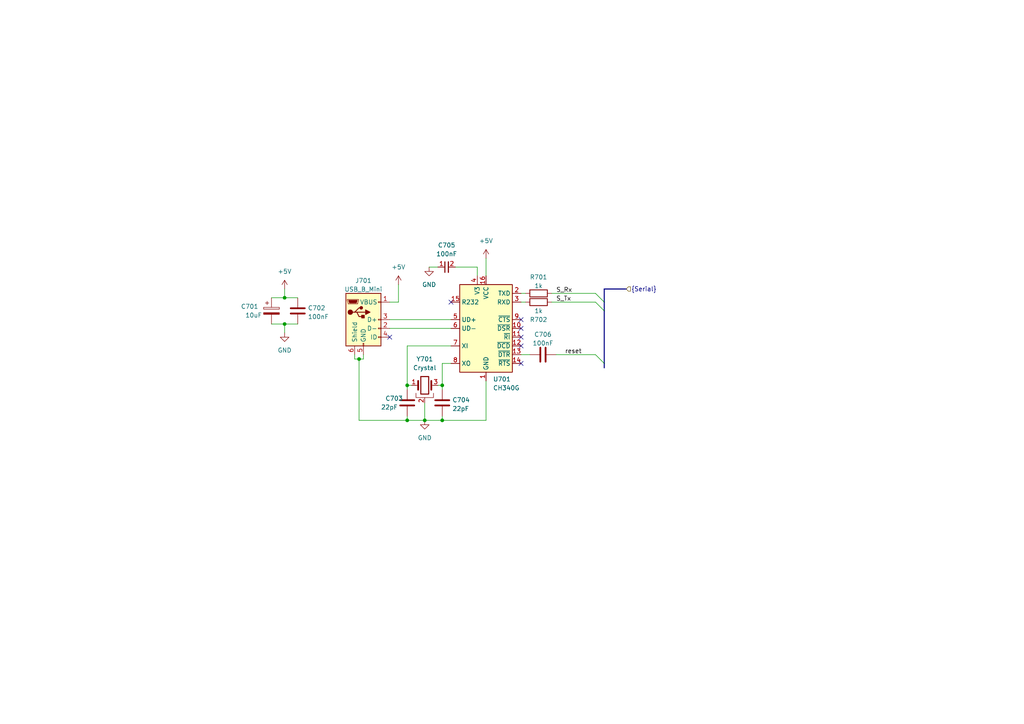
<source format=kicad_sch>
(kicad_sch (version 20231120) (generator "eeschema") (generator_version "8.0")
  (paper "A4")
  (lib_symbols
    (symbol "Connector:USB_B_Mini" (pin_names (offset 1.016))
      (property "Reference" "J" (at -5.08 11.43 0))
      (property "Value" "USB_B_Mini" (at -5.08 8.89 0))
      (symbol "USB_B_Mini_0_1"
        (rectangle (start -5.08 -7.62) (end 5.08 7.62) (stroke (width 0.254)) (fill (type background)))
        (circle (center -3.81 2.159) (radius 0.635) (stroke (width 0.254)) (fill (type outline)))
        (circle (center -0.635 3.429) (radius 0.381) (stroke (width 0.254)) (fill (type outline)))
        (rectangle (start -0.127 -7.62) (end 0.127 -6.858))
        (polyline (pts (xy -1.905 2.159) (xy 0.635 2.159)) (stroke (width 0.254)))
        (polyline (pts (xy -3.175 2.159) (xy -2.54 2.159) (xy -1.27 3.429) (xy -0.635 3.429)) (stroke (width 0.254)))
        (polyline (pts (xy -2.54 2.159) (xy -1.905 2.159) (xy -1.27 0.889) (xy 0 0.889)) (stroke (width 0.254)))
        (polyline (pts (xy 0.635 2.794) (xy 0.635 1.524) (xy 1.905 2.159) (xy 0.635 2.794)) (stroke (width 0.254)) (fill (type outline)))
        (polyline (pts (xy -4.318 5.588) (xy -1.778 5.588) (xy -2.032 4.826) (xy -4.064 4.826) (xy -4.318 5.588)) (fill (type outline)))
        (polyline (pts (xy -4.699 5.842) (xy -4.699 5.588) (xy -4.445 4.826) (xy -4.445 4.572) (xy -1.651 4.572) (xy -1.651 4.826) (xy -1.397 5.588) (xy -1.397 5.842) (xy -4.699 5.842)))
        (rectangle (start 0.254 1.27) (end -0.508 0.508) (stroke (width 0.254)) (fill (type outline)))
        (rectangle (start 5.08 -5.207) (end 4.318 -4.953))
        (rectangle (start 5.08 -2.667) (end 4.318 -2.413))
        (rectangle (start 5.08 -0.127) (end 4.318 0.127))
        (rectangle (start 5.08 4.953) (end 4.318 5.207))
      )
      (symbol "USB_B_Mini_1_1"
        (pin power_out line (at 7.62 5.08 180) (length 2.54) (name "VBUS") (number "1"))
        (pin bidirectional line (at 7.62 -2.54 180) (length 2.54) (name "D-") (number "2"))
        (pin bidirectional line (at 7.62 0 180) (length 2.54) (name "D+") (number "3"))
        (pin passive line (at 7.62 -5.08 180) (length 2.54) (name "ID") (number "4"))
        (pin power_out line (at 0 -10.16 90) (length 2.54) (name "GND") (number "5"))
        (pin passive line (at -2.54 -10.16 90) (length 2.54) (name "Shield") (number "6"))
      )
    )
    (symbol "Device:C" (pin_numbers hide) (pin_names (offset 0.254))
      (property "Reference" "C" (at 0.635 2.54 0))
      (property "Value" "C" (at 0.635 -2.54 0))
      (symbol "C_0_1"
        (polyline (pts (xy -2.032 -0.762) (xy 2.032 -0.762)) (stroke (width 0.508)))
        (polyline (pts (xy -2.032 0.762) (xy 2.032 0.762)) (stroke (width 0.508)))
      )
      (symbol "C_1_1"
        (pin passive line (at 0 3.81 270) (length 2.794) (name "~") (number "1"))
        (pin passive line (at 0 -3.81 90) (length 2.794) (name "~") (number "2"))
      )
    )
    (symbol "Device:C_Polarized" (pin_numbers hide) (pin_names (offset 0.254))
      (property "Reference" "C" (at 0.635 2.54 0))
      (property "Value" "C_Polarized" (at 0.635 -2.54 0))
      (symbol "C_Polarized_0_1"
        (rectangle (start -2.286 0.508) (end 2.286 1.016))
        (polyline (pts (xy -1.778 2.286) (xy -0.762 2.286)))
        (polyline (pts (xy -1.27 2.794) (xy -1.27 1.778)))
        (rectangle (start 2.286 -0.508) (end -2.286 -1.016) (fill (type outline)))
      )
      (symbol "C_Polarized_1_1"
        (pin passive line (at 0 3.81 270) (length 2.794) (name "~") (number "1"))
        (pin passive line (at 0 -3.81 90) (length 2.794) (name "~") (number "2"))
      )
    )
    (symbol "Device:R" (pin_numbers hide) (pin_names (offset 0))
      (property "Reference" "R" (at 2.032 0 90))
      (property "Value" "R" (at 0 0 90))
      (symbol "R_0_1"
        (rectangle (start -1.016 -2.54) (end 1.016 2.54) (stroke (width 0.254)))
      )
      (symbol "R_1_1"
        (pin passive line (at 0 3.81 270) (length 1.27) (name "~") (number "1"))
        (pin passive line (at 0 -3.81 90) (length 1.27) (name "~") (number "2"))
      )
    )
    (symbol "Interface_USB:CH340G"
      (property "Reference" "U" (at -5.08 13.97 0))
      (property "Value" "CH340G" (at 1.27 13.97 0))
      (symbol "CH340G_0_1"
        (rectangle (start -7.62 12.7) (end 7.62 -12.7) (stroke (width 0.254)) (fill (type background)))
      )
      (symbol "CH340G_1_1"
        (pin power_in line (at 0 -15.24 90) (length 2.54) (name "GND") (number "1"))
        (pin input line (at 10.16 0 180) (length 2.54) (name "~{DSR}") (number "10"))
        (pin input line (at 10.16 -2.54 180) (length 2.54) (name "~{RI}") (number "11"))
        (pin input line (at 10.16 -5.08 180) (length 2.54) (name "~{DCD}") (number "12"))
        (pin output line (at 10.16 -7.62 180) (length 2.54) (name "~{DTR}") (number "13"))
        (pin output line (at 10.16 -10.16 180) (length 2.54) (name "~{RTS}") (number "14"))
        (pin input line (at -10.16 7.62 0) (length 2.54) (name "R232") (number "15"))
        (pin power_in line (at 0 15.24 270) (length 2.54) (name "VCC") (number "16"))
        (pin output line (at 10.16 10.16 180) (length 2.54) (name "TXD") (number "2"))
        (pin input line (at 10.16 7.62 180) (length 2.54) (name "RXD") (number "3"))
        (pin passive line (at -2.54 15.24 270) (length 2.54) (name "V3") (number "4"))
        (pin bidirectional line (at -10.16 2.54 0) (length 2.54) (name "UD+") (number "5"))
        (pin bidirectional line (at -10.16 0 0) (length 2.54) (name "UD-") (number "6"))
        (pin input line (at -10.16 -5.08 0) (length 2.54) (name "XI") (number "7"))
        (pin output line (at -10.16 -10.16 0) (length 2.54) (name "XO") (number "8"))
        (pin input line (at 10.16 2.54 180) (length 2.54) (name "~{CTS}") (number "9"))
      )
    )
    (symbol "capacitor_miscellaneous:C_0402_100nF"
      (property "Reference" "U" (at 1.27 2.54 0))
      (property "Value" "100nF" (at 3.81 -2.54 0))
      (property "JLCPCB Part#" "C307331" (at 0 0 0))
      (symbol "C_0402_100nF_0_1"
        (polyline (pts (xy -1.524 -0.508) (xy 1.524 -0.508)) (stroke (width 0.3302)))
        (polyline (pts (xy -1.524 0.508) (xy 1.524 0.508)) (stroke (width 0.3048)))
      )
      (symbol "C_0402_100nF_1_1"
        (pin passive line (at 0 2.54 270) (length 2.032) (name "~") (number "1"))
        (pin passive line (at 0 -2.54 90) (length 2.032) (name "~") (number "2"))
      )
    )
    (symbol "custom_kicad_lib_sk:crystal_arduino" (pin_names (offset 1.016) hide)
      (property "Reference" "Y" (at 0 5.715 0))
      (property "Value" "Crystal_GND2" (at 0 3.81 0))
      (property "JLCPCB Part#" "C13738" (at 0 0 0))
      (symbol "crystal_arduino_0_1"
        (rectangle (start -1.143 2.54) (end 1.143 -2.54) (stroke (width 0.3048)))
        (polyline (pts (xy -2.54 0) (xy -1.905 0)))
        (polyline (pts (xy -1.905 -1.27) (xy -1.905 1.27)) (stroke (width 0.508)))
        (polyline (pts (xy 0 -3.81) (xy 0 -3.556)))
        (polyline (pts (xy 1.905 0) (xy 2.54 0)))
        (polyline (pts (xy 1.905 1.27) (xy 1.905 -1.27)) (stroke (width 0.508)))
        (polyline (pts (xy -2.54 -2.286) (xy -2.54 -3.556) (xy 2.54 -3.556) (xy 2.54 -2.286)))
      )
      (symbol "crystal_arduino_1_1"
        (pin passive line (at -3.81 0 0) (length 1.27) (name "1") (number "1"))
        (pin passive line (at 0 -5.08 90) (length 1.27) (name "GND") (number "2"))
        (pin passive line (at 3.81 0 180) (length 1.27) (name "3") (number "3"))
        (pin passive line (at 0 -5.08 90) (length 1.27) hide (name "GND") (number "4"))
      )
    )
    (symbol "power:+5V" (power) (pin_names (offset 0))
      (property "Value" "+5V" (at 0 3.556 0))
      (symbol "+5V_0_1"
        (polyline (pts (xy -0.762 1.27) (xy 0 2.54)))
        (polyline (pts (xy 0 0) (xy 0 2.54)))
        (polyline (pts (xy 0 2.54) (xy 0.762 1.27)))
      )
      (symbol "+5V_1_1"
        (pin power_in line (at 0 0 90) (length 0) hide (name "+5V") (number "1"))
      )
    )
    (symbol "power:GND" (power) (pin_names (offset 0))
      (property "Value" "GND" (at 0 -3.81 0))
      (symbol "GND_0_1"
        (polyline (pts (xy 0 0) (xy 0 -1.27) (xy 1.27 -1.27) (xy 0 -2.54) (xy -1.27 -1.27) (xy 0 -1.27)))
      )
      (symbol "GND_1_1"
        (pin power_in line (at 0 0 270) (length 0) hide (name "GND") (number "1"))
      )
    )
  )
  (bus_alias "Serial" (members "S_Tx" "S_Rx" "reset"))
  (bus_alias "shift" (members "latch" "clock"))
  (junction (at 118.11 121.92))
  (junction (at 104.14 104.14))
  (junction (at 82.55 86.36))
  (junction (at 128.27 111.76))
  (junction (at 82.55 93.98))
  (junction (at 118.11 111.76))
  (junction (at 128.27 121.92))
  (junction (at 123.19 121.92))
  (no_connect (at 130.81 87.63))
  (no_connect (at 151.13 97.79))
  (no_connect (at 151.13 100.33))
  (no_connect (at 151.13 95.25))
  (no_connect (at 151.13 105.41))
  (no_connect (at 151.13 92.71))
  (no_connect (at 113.03 97.79))
  (bus_entry (at 172.72 85.09) (size 2.54 2.54))
  (bus_entry (at 172.72 102.87) (size 2.54 2.54))
  (bus_entry (at 172.72 87.63) (size 2.54 2.54))
  (wire (pts (xy 118.11 111.76) (xy 118.11 113.03)))
  (wire (pts (xy 123.19 121.92) (xy 128.27 121.92)))
  (wire (pts (xy 115.57 87.63) (xy 113.03 87.63)))
  (wire (pts (xy 128.27 111.76) (xy 127 111.76)))
  (wire (pts (xy 161.29 102.87) (xy 172.72 102.87)))
  (wire (pts (xy 128.27 105.41) (xy 130.81 105.41)))
  (wire (pts (xy 128.27 120.65) (xy 128.27 121.92)))
  (wire (pts (xy 118.11 100.33) (xy 118.11 111.76)))
  (wire (pts (xy 152.4 87.63) (xy 151.13 87.63)))
  (wire (pts (xy 118.11 121.92) (xy 123.19 121.92)))
  (bus (pts (xy 175.26 83.82) (xy 181.61 83.82)))
  (wire (pts (xy 104.14 104.14) (xy 104.14 121.92)))
  (wire (pts (xy 102.87 102.87) (xy 102.87 104.14)))
  (wire (pts (xy 118.11 120.65) (xy 118.11 121.92)))
  (wire (pts (xy 119.38 111.76) (xy 118.11 111.76)))
  (bus (pts (xy 175.26 105.41) (xy 175.26 90.17)))
  (wire (pts (xy 105.41 102.87) (xy 105.41 104.14)))
  (wire (pts (xy 78.74 86.36) (xy 82.55 86.36)))
  (bus (pts (xy 175.26 87.63) (xy 175.26 83.82)))
  (wire (pts (xy 160.02 87.63) (xy 172.72 87.63)))
  (wire (pts (xy 123.19 116.84) (xy 123.19 121.92)))
  (wire (pts (xy 104.14 121.92) (xy 118.11 121.92)))
  (wire (pts (xy 128.27 121.92) (xy 140.97 121.92)))
  (wire (pts (xy 128.27 113.03) (xy 128.27 111.76)))
  (wire (pts (xy 82.55 86.36) (xy 86.36 86.36)))
  (wire (pts (xy 102.87 104.14) (xy 104.14 104.14)))
  (wire (pts (xy 82.55 83.82) (xy 82.55 86.36)))
  (bus (pts (xy 175.26 90.17) (xy 175.26 87.63)))
  (wire (pts (xy 113.03 92.71) (xy 130.81 92.71)))
  (wire (pts (xy 124.46 77.47) (xy 127 77.47)))
  (bus (pts (xy 175.26 106.68) (xy 175.26 105.41)))
  (wire (pts (xy 130.81 100.33) (xy 118.11 100.33)))
  (wire (pts (xy 138.43 77.47) (xy 132.08 77.47)))
  (wire (pts (xy 82.55 93.98) (xy 82.55 96.52)))
  (wire (pts (xy 151.13 102.87) (xy 153.67 102.87)))
  (wire (pts (xy 82.55 93.98) (xy 86.36 93.98)))
  (wire (pts (xy 152.4 85.09) (xy 151.13 85.09)))
  (wire (pts (xy 113.03 95.25) (xy 130.81 95.25)))
  (wire (pts (xy 140.97 74.93) (xy 140.97 80.01)))
  (wire (pts (xy 128.27 111.76) (xy 128.27 105.41)))
  (wire (pts (xy 140.97 110.49) (xy 140.97 121.92)))
  (wire (pts (xy 115.57 82.55) (xy 115.57 87.63)))
  (wire (pts (xy 160.02 85.09) (xy 172.72 85.09)))
  (wire (pts (xy 78.74 93.98) (xy 82.55 93.98)))
  (wire (pts (xy 138.43 80.01) (xy 138.43 77.47)))
  (wire (pts (xy 104.14 104.14) (xy 105.41 104.14)))
  (label "S_Rx" (at 161.29 85.09 0))
  (label "S_Tx" (at 161.29 87.63 0))
  (label "reset" (at 163.83 102.87 0))
  (hierarchical_label "{Serial}" (shape input) (at 181.61 83.82 0))
  (symbol (lib_id "power:GND") (at 82.55 96.52 0) (unit 1)
    (property "Reference" "#PWR0702" (effects (hide yes)))
    (property "Value" "GND" (at 82.55 101.6 0))
    (instances (project "MasterOfAccessories" (path "" (reference "#PWR0702") (unit 1))) (project "CH340" (path "" (reference "#PWR0104") (unit 1))))
  )
  (symbol (lib_id "Device:C") (at 86.36 90.17 0) (unit 1)
    (property "Reference" "C702" (at 89.281 89.3353 0) (effects (justify left)))
    (property "Value" "100nF" (at 89.281 91.8722 0) (effects (justify left)))
    (property "Footprint" "Capacitor_SMD:C_0603_1608Metric" (effects (hide yes)))
    (property "JLCPCB Part#" "C14663" (effects (hide yes)))
    (instances (project "MasterOfAccessories" (path "" (reference "C702") (unit 1))) (project "general_schematics" (path "" (reference "C2002") (unit 1))) (project "CH340" (path "" (reference "C702") (unit 1))))
  )
  (symbol (lib_id "Device:C") (at 157.48 102.87 90) (unit 1)
    (property "Reference" "C706" (at 157.48 97.0112 90))
    (property "Value" "100nF" (at 157.48 99.5481 90))
    (property "Footprint" "Capacitor_SMD:C_0603_1608Metric" (effects (hide yes)))
    (property "JLCPCB Part#" "C14663" (effects (hide yes)))
    (instances (project "MasterOfAccessories" (path "" (reference "C706") (unit 1))) (project "general_schematics" (path "" (reference "C2006") (unit 1))) (project "CH340" (path "" (reference "C706") (unit 1))))
  )
  (symbol (lib_id "power:GND") (at 123.19 121.92 0) (unit 1)
    (property "Reference" "#PWR0704" (effects (hide yes)))
    (property "Value" "GND" (at 123.19 127 0))
    (instances (project "MasterOfAccessories" (path "" (reference "#PWR0704") (unit 1))) (project "CH340" (path "" (reference "#PWR0103") (unit 1))))
  )
  (symbol (lib_id "Device:R") (at 156.21 87.63 270) (unit 1)
    (property "Reference" "R702" (at 156.21 92.71 90))
    (property "Value" "1k" (at 156.21 90.17 90))
    (property "Footprint" "Resistor_SMD:R_0603_1608Metric" (effects (hide yes)))
    (property "JLCPCB Part#" "C21190" (effects (hide yes)))
    (instances (project "MasterOfAccessories" (path "" (reference "R702") (unit 1))) (project "general_schematics" (path "" (reference "R2002") (unit 1))) (project "CH340" (path "" (reference "R702") (unit 1))))
  )
  (symbol (lib_id "power:+5V") (at 140.97 74.93 0) (unit 1)
    (property "Reference" "#PWR0706" (effects (hide yes)))
    (property "Value" "+5V" (at 140.97 69.85 0))
    (instances (project "MasterOfAccessories" (path "" (reference "#PWR0706") (unit 1))) (project "CH340" (path "" (reference "#PWR0101") (unit 1))))
  )
  (symbol (lib_id "capacitor_miscellaneous:C_0402_100nF") (at 129.54 77.47 90) (unit 1)
    (property "Reference" "C705" (at 129.5463 71.12 90))
    (property "Value" "100nF" (at 129.5463 73.66 90))
    (property "Footprint" "Capacitor_SMD:C_0402_1005Metric" (effects (hide yes)))
    (property "JLCPCB Part#" "C307331" (effects (hide yes)))
  )
  (symbol (lib_id "Device:C_Polarized") (at 78.74 90.17 0) (unit 1)
    (property "Reference" "C701" (at 69.85 88.9 0) (effects (justify left)))
    (property "Value" "10uF" (at 71.12 91.44 0) (effects (justify left)))
    (property "Footprint" "Capacitor_SMD:C_0603_1608Metric" (effects (hide yes)))
    (property "JLCPCB Part#" "C96446" (effects (hide yes)))
    (instances (project "MasterOfAccessories" (path "" (reference "C701") (unit 1))) (project "general_schematics" (path "" (reference "C2001") (unit 1))) (project "CH340" (path "" (reference "C701") (unit 1))))
  )
  (symbol (lib_id "power:+5V") (at 115.57 82.55 0) (unit 1)
    (property "Reference" "#PWR0703" (effects (hide yes)))
    (property "Value" "+5V" (at 115.57 77.47 0))
    (instances (project "MasterOfAccessories" (path "" (reference "#PWR0703") (unit 1))) (project "CH340" (path "" (reference "#PWR0105") (unit 1))))
  )
  (symbol (lib_id "Device:C") (at 128.27 116.84 0) (unit 1)
    (property "Reference" "C704" (at 131.191 116.0053 0) (effects (justify left)))
    (property "Value" "22pF" (at 131.191 118.5422 0) (effects (justify left)))
    (property "Footprint" "Capacitor_SMD:C_0603_1608Metric" (effects (hide yes)))
    (property "JLCPCB Part#" "C1653" (effects (hide yes)))
    (instances (project "MasterOfAccessories" (path "" (reference "C704") (unit 1))) (project "general_schematics" (path "" (reference "C2004") (unit 1))) (project "CH340" (path "" (reference "C704") (unit 1))))
  )
  (symbol (lib_id "Interface_USB:CH340G") (at 140.97 95.25 0) (unit 1)
    (property "Reference" "U701" (at 142.9894 109.9804 0) (effects (justify left)))
    (property "Value" "CH340G" (at 142.9894 112.5173 0) (effects (justify left)))
    (property "Footprint" "Package_SO:SOIC-16_3.9x9.9mm_P1.27mm" (effects (hide yes)))
    (property "Datasheet" "http://www.datasheet5.com/pdf-local-2195953" (effects (hide yes)))
    (property "JLCPCB Part#" "C14267" (effects (hide yes)))
    (instances (project "MasterOfAccessories" (path "" (reference "U701") (unit 1))) (project "general_schematics" (path "" (reference "U2001") (unit 1))) (project "CH340" (path "" (reference "U701") (unit 1))))
  )
  (symbol (lib_id "Connector:USB_B_Mini") (at 105.41 92.71 0) (unit 1)
    (property "Reference" "J701" (at 105.41 81.3902 0))
    (property "Value" "USB_B_Mini" (at 105.41 83.9271 0))
    (property "Footprint" "Connector_USB:USB_Mini-B_Lumberg_2486_01_Horizontal" (effects (hide yes)))
    (property "JLCPCB Part#" "C2681563" (effects (hide yes)))
    (instances (project "MasterOfAccessories" (path "" (reference "J701") (unit 1))) (project "general_schematics" (path "" (reference "J2001") (unit 1))) (project "CH340" (path "" (reference "J701") (unit 1))))
  )
  (symbol (lib_id "Device:R") (at 156.21 85.09 90) (unit 1)
    (property "Reference" "R701" (at 156.21 80.3742 90))
    (property "Value" "1k" (at 156.21 82.9111 90))
    (property "Footprint" "Resistor_SMD:R_0603_1608Metric" (effects (hide yes)))
    (property "JLCPCB Part#" "C21190" (effects (hide yes)))
    (instances (project "MasterOfAccessories" (path "" (reference "R701") (unit 1))) (project "general_schematics" (path "" (reference "R2001") (unit 1))) (project "CH340" (path "" (reference "R701") (unit 1))))
  )
  (symbol (lib_id "Device:C") (at 118.11 116.84 0) (unit 1)
    (property "Reference" "C703" (at 111.76 115.57 0) (effects (justify left)))
    (property "Value" "22pF" (at 110.49 118.11 0) (effects (justify left)))
    (property "Footprint" "Capacitor_SMD:C_0603_1608Metric" (effects (hide yes)))
    (property "JLCPCB Part#" "C1653" (effects (hide yes)))
    (instances (project "MasterOfAccessories" (path "" (reference "C703") (unit 1))) (project "general_schematics" (path "" (reference "C2003") (unit 1))) (project "CH340" (path "" (reference "C703") (unit 1))))
  )
  (symbol (lib_id "power:GND") (at 124.46 77.47 0) (unit 1)
    (property "Reference" "#PWR0705" (effects (hide yes)))
    (property "Value" "GND" (at 124.46 82.55 0))
    (instances (project "MasterOfAccessories" (path "" (reference "#PWR0705") (unit 1))) (project "CH340" (path "" (reference "#PWR0106") (unit 1))))
  )
  (symbol (lib_id "power:+5V") (at 82.55 83.82 0) (unit 1)
    (property "Reference" "#PWR0701" (effects (hide yes)))
    (property "Value" "+5V" (at 82.55 78.74 0))
    (instances (project "MasterOfAccessories" (path "" (reference "#PWR0701") (unit 1))) (project "CH340" (path "" (reference "#PWR0102") (unit 1))))
  )
  (symbol (lib_id "custom_kicad_lib_sk:crystal_arduino") (at 123.19 111.76 0) (unit 1)
    (property "Reference" "Y701" (at 123.19 104.14 0))
    (property "Value" "Crystal" (at 123.19 106.68 0))
    (property "Footprint" "custom_kicad_lib_sk:crystal_arduino" (effects (hide yes)))
    (property "JLCPCB Part#" "C9002" (effects (hide yes)))
    (instances (project "MasterOfAccessories" (path "" (reference "Y701") (unit 1))) (project "general_schematics" (path "" (reference "Y2001") (unit 1))) (project "CH340" (path "" (reference "Y701") (unit 1))))
  )
)
</source>
